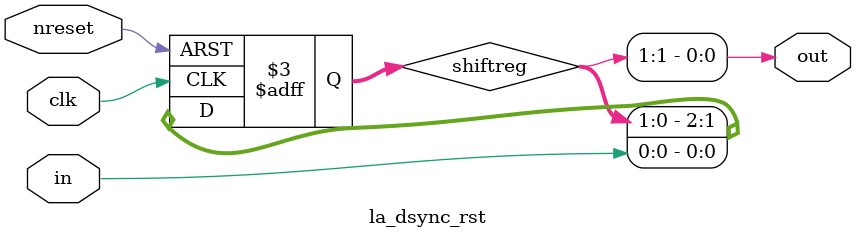
<source format=v>

module la_dsync_rst
  #(parameter PROP = "DEFAULT")
   (
    input  clk,    // clock
    input  nreset, // async reset
    input  in,     // input data
    output out     // synchronized data
    );

   localparam STAGES=2;
   localparam RND = 1;

   reg [STAGES:0] shiftreg;
   integer        sync_delay;

   always @ (posedge clk or negedge nreset)
     if (~nreset)
       shiftreg[STAGES:0] <= 'h0;
     else
       begin
          shiftreg[STAGES:0] <= {shiftreg[STAGES-1:0],in};
`ifndef SYNTHESIS
          sync_delay <= {$random} % 2;
`endif
       end

`ifdef SYNTHESIS
   assign out = shiftreg[STAGES-1];
`else
   assign out = (|sync_delay & (|RND)) ? shiftreg[STAGES] : shiftreg[STAGES-1];
`endif

endmodule

</source>
